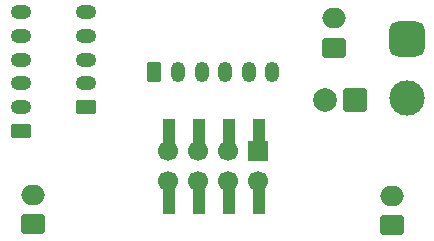
<source format=gbr>
%TF.GenerationSoftware,KiCad,Pcbnew,9.0.4*%
%TF.CreationDate,2025-09-25T23:05:09-07:00*%
%TF.ProjectId,Toolhead PCB,546f6f6c-6865-4616-9420-5043422e6b69,0.5*%
%TF.SameCoordinates,Original*%
%TF.FileFunction,Soldermask,Top*%
%TF.FilePolarity,Negative*%
%FSLAX46Y46*%
G04 Gerber Fmt 4.6, Leading zero omitted, Abs format (unit mm)*
G04 Created by KiCad (PCBNEW 9.0.4) date 2025-09-25 23:05:09*
%MOMM*%
%LPD*%
G01*
G04 APERTURE LIST*
G04 Aperture macros list*
%AMRoundRect*
0 Rectangle with rounded corners*
0 $1 Rounding radius*
0 $2 $3 $4 $5 $6 $7 $8 $9 X,Y pos of 4 corners*
0 Add a 4 corners polygon primitive as box body*
4,1,4,$2,$3,$4,$5,$6,$7,$8,$9,$2,$3,0*
0 Add four circle primitives for the rounded corners*
1,1,$1+$1,$2,$3*
1,1,$1+$1,$4,$5*
1,1,$1+$1,$6,$7*
1,1,$1+$1,$8,$9*
0 Add four rect primitives between the rounded corners*
20,1,$1+$1,$2,$3,$4,$5,0*
20,1,$1+$1,$4,$5,$6,$7,0*
20,1,$1+$1,$6,$7,$8,$9,0*
20,1,$1+$1,$8,$9,$2,$3,0*%
G04 Aperture macros list end*
%ADD10RoundRect,0.250000X0.625000X-0.350000X0.625000X0.350000X-0.625000X0.350000X-0.625000X-0.350000X0*%
%ADD11O,1.750000X1.200000*%
%ADD12R,1.000000X3.150000*%
%ADD13R,1.700000X1.700000*%
%ADD14C,1.700000*%
%ADD15RoundRect,0.750000X-0.750000X0.750000X-0.750000X-0.750000X0.750000X-0.750000X0.750000X0.750000X0*%
%ADD16C,3.000000*%
%ADD17RoundRect,0.250000X0.750000X0.750000X-0.750000X0.750000X-0.750000X-0.750000X0.750000X-0.750000X0*%
%ADD18C,2.000000*%
%ADD19RoundRect,0.250000X0.750000X-0.600000X0.750000X0.600000X-0.750000X0.600000X-0.750000X-0.600000X0*%
%ADD20O,2.000000X1.700000*%
%ADD21RoundRect,0.250000X-0.350000X-0.625000X0.350000X-0.625000X0.350000X0.625000X-0.350000X0.625000X0*%
%ADD22O,1.200000X1.750000*%
G04 APERTURE END LIST*
D10*
%TO.C,J3*%
X100330000Y-62480000D03*
D11*
X100330000Y-60480000D03*
X100330000Y-58480000D03*
X100330000Y-56480000D03*
X100330000Y-54480000D03*
X100330000Y-52480000D03*
%TD*%
D12*
%TO.C,J8*%
X120470000Y-63000000D03*
X120470000Y-68050000D03*
X117930000Y-63000000D03*
X117930000Y-68050000D03*
X115390000Y-63000000D03*
X115390000Y-68050000D03*
X112850000Y-63000000D03*
X112850000Y-68050000D03*
%TD*%
D13*
%TO.C,J10*%
X120460000Y-64230000D03*
D14*
X120460000Y-66770000D03*
X117920000Y-64230000D03*
X117920000Y-66770000D03*
X115380000Y-64230000D03*
X115380000Y-66770000D03*
X112840000Y-64230000D03*
X112840000Y-66770000D03*
%TD*%
D15*
%TO.C,J4*%
X133000000Y-54690000D03*
D16*
X133000000Y-59690000D03*
%TD*%
D10*
%TO.C,J9*%
X105840000Y-60470000D03*
D11*
X105840000Y-58470000D03*
X105840000Y-56470000D03*
X105840000Y-54470000D03*
X105840000Y-52470000D03*
%TD*%
D17*
%TO.C,J1*%
X128640000Y-59890000D03*
D18*
X126100000Y-59890000D03*
%TD*%
D19*
%TO.C,J5*%
X126840000Y-55450000D03*
D20*
X126840000Y-52950000D03*
%TD*%
D21*
%TO.C,J2*%
X111640000Y-57480000D03*
D22*
X113640000Y-57480000D03*
X115640000Y-57480000D03*
X117640000Y-57480000D03*
X119640000Y-57480000D03*
X121640000Y-57480000D03*
%TD*%
D19*
%TO.C,J7*%
X101380000Y-70430000D03*
D20*
X101380000Y-67930000D03*
%TD*%
D19*
%TO.C,J6*%
X131785000Y-70490000D03*
D20*
X131785000Y-67990000D03*
%TD*%
M02*

</source>
